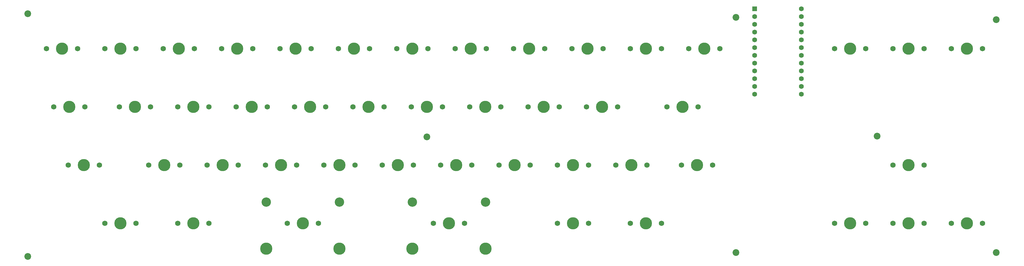
<source format=gbr>
G04 #@! TF.GenerationSoftware,KiCad,Pcbnew,(5.1.10)-1*
G04 #@! TF.CreationDate,2021-07-17T14:00:26+02:00*
G04 #@! TF.ProjectId,WheelBarrow Pro Micro,57686565-6c42-4617-9272-6f772050726f,rev?*
G04 #@! TF.SameCoordinates,Original*
G04 #@! TF.FileFunction,Soldermask,Top*
G04 #@! TF.FilePolarity,Negative*
%FSLAX46Y46*%
G04 Gerber Fmt 4.6, Leading zero omitted, Abs format (unit mm)*
G04 Created by KiCad (PCBNEW (5.1.10)-1) date 2021-07-17 14:00:26*
%MOMM*%
%LPD*%
G01*
G04 APERTURE LIST*
%ADD10C,3.987800*%
%ADD11C,1.750000*%
%ADD12C,2.200000*%
%ADD13C,1.600000*%
%ADD14R,1.600000X1.600000*%
%ADD15C,3.048000*%
G04 APERTURE END LIST*
D10*
X166687500Y-213518750D03*
D11*
X161607500Y-213518750D03*
X171767500Y-213518750D03*
D10*
X314325000Y-213518750D03*
D11*
X309245000Y-213518750D03*
X319405000Y-213518750D03*
D12*
X112649000Y-144907000D03*
X112649000Y-224282000D03*
X343693750Y-146050000D03*
X343693750Y-223043750D03*
X428625000Y-223043750D03*
X428625000Y-146843750D03*
X242887500Y-185166000D03*
X389731250Y-184943750D03*
D13*
X365048800Y-143256000D03*
X365048800Y-145796000D03*
X365048800Y-148336000D03*
X365048800Y-150876000D03*
X365048800Y-153416000D03*
X365048800Y-155956000D03*
X365048800Y-158496000D03*
X365048800Y-161036000D03*
X365048800Y-163576000D03*
X365048800Y-166116000D03*
X365048800Y-168656000D03*
X365048800Y-171196000D03*
X349808800Y-171196000D03*
X349808800Y-168656000D03*
X349808800Y-166116000D03*
X349808800Y-163576000D03*
X349808800Y-161036000D03*
X349808800Y-158496000D03*
X349808800Y-155956000D03*
X349808800Y-153416000D03*
X349808800Y-150876000D03*
X349808800Y-148336000D03*
X349808800Y-145796000D03*
D14*
X349808800Y-143256000D03*
D10*
X123825000Y-156368750D03*
D11*
X118745000Y-156368750D03*
X128905000Y-156368750D03*
D10*
X142875000Y-156368750D03*
D11*
X137795000Y-156368750D03*
X147955000Y-156368750D03*
D10*
X161925000Y-156368750D03*
D11*
X156845000Y-156368750D03*
X167005000Y-156368750D03*
D10*
X180975000Y-156368750D03*
D11*
X175895000Y-156368750D03*
X186055000Y-156368750D03*
D10*
X200025000Y-156368750D03*
D11*
X194945000Y-156368750D03*
X205105000Y-156368750D03*
D10*
X219075000Y-156368750D03*
D11*
X213995000Y-156368750D03*
X224155000Y-156368750D03*
D10*
X238125000Y-156368750D03*
D11*
X233045000Y-156368750D03*
X243205000Y-156368750D03*
D10*
X257175000Y-156368750D03*
D11*
X252095000Y-156368750D03*
X262255000Y-156368750D03*
D10*
X276225000Y-156368750D03*
D11*
X271145000Y-156368750D03*
X281305000Y-156368750D03*
D10*
X295275000Y-156368750D03*
D11*
X290195000Y-156368750D03*
X300355000Y-156368750D03*
D10*
X314325000Y-156368750D03*
D11*
X309245000Y-156368750D03*
X319405000Y-156368750D03*
D10*
X333375000Y-156368750D03*
D11*
X328295000Y-156368750D03*
X338455000Y-156368750D03*
D10*
X381000000Y-156368750D03*
D11*
X375920000Y-156368750D03*
X386080000Y-156368750D03*
D10*
X400050000Y-156368750D03*
D11*
X394970000Y-156368750D03*
X405130000Y-156368750D03*
D10*
X419100000Y-156368750D03*
D11*
X414020000Y-156368750D03*
X424180000Y-156368750D03*
D10*
X126206250Y-175418750D03*
D11*
X121126250Y-175418750D03*
X131286250Y-175418750D03*
D10*
X147637500Y-175418750D03*
D11*
X142557500Y-175418750D03*
X152717500Y-175418750D03*
D10*
X166687500Y-175418750D03*
D11*
X161607500Y-175418750D03*
X171767500Y-175418750D03*
D10*
X185737500Y-175418750D03*
D11*
X180657500Y-175418750D03*
X190817500Y-175418750D03*
D10*
X204787500Y-175418750D03*
D11*
X199707500Y-175418750D03*
X209867500Y-175418750D03*
D10*
X223837500Y-175418750D03*
D11*
X218757500Y-175418750D03*
X228917500Y-175418750D03*
D10*
X242887500Y-175418750D03*
D11*
X237807500Y-175418750D03*
X247967500Y-175418750D03*
D10*
X261937500Y-175418750D03*
D11*
X256857500Y-175418750D03*
X267017500Y-175418750D03*
D10*
X280987500Y-175418750D03*
D11*
X275907500Y-175418750D03*
X286067500Y-175418750D03*
D10*
X300037500Y-175418750D03*
D11*
X294957500Y-175418750D03*
X305117500Y-175418750D03*
D10*
X326231250Y-175418750D03*
D11*
X321151250Y-175418750D03*
X331311250Y-175418750D03*
D10*
X130968750Y-194468750D03*
D11*
X125888750Y-194468750D03*
X136048750Y-194468750D03*
D10*
X157162500Y-194468750D03*
D11*
X152082500Y-194468750D03*
X162242500Y-194468750D03*
D10*
X176212500Y-194468750D03*
D11*
X171132500Y-194468750D03*
X181292500Y-194468750D03*
D10*
X195262500Y-194468750D03*
D11*
X190182500Y-194468750D03*
X200342500Y-194468750D03*
D10*
X214312500Y-194468750D03*
D11*
X209232500Y-194468750D03*
X219392500Y-194468750D03*
D10*
X233362500Y-194468750D03*
D11*
X228282500Y-194468750D03*
X238442500Y-194468750D03*
D10*
X252412500Y-194468750D03*
D11*
X247332500Y-194468750D03*
X257492500Y-194468750D03*
D10*
X271462500Y-194468750D03*
D11*
X266382500Y-194468750D03*
X276542500Y-194468750D03*
D10*
X290512500Y-194468750D03*
D11*
X285432500Y-194468750D03*
X295592500Y-194468750D03*
D10*
X309562500Y-194468750D03*
D11*
X304482500Y-194468750D03*
X314642500Y-194468750D03*
D10*
X330993750Y-194468750D03*
D11*
X325913750Y-194468750D03*
X336073750Y-194468750D03*
D10*
X400050000Y-194468750D03*
D11*
X394970000Y-194468750D03*
X405130000Y-194468750D03*
D10*
X142875000Y-213518750D03*
D11*
X137795000Y-213518750D03*
X147955000Y-213518750D03*
D10*
X202406250Y-213518750D03*
D11*
X197326250Y-213518750D03*
X207486250Y-213518750D03*
D15*
X190468250Y-206533750D03*
X214344250Y-206533750D03*
D10*
X190468250Y-221773750D03*
X214344250Y-221773750D03*
X250031250Y-213518750D03*
D11*
X244951250Y-213518750D03*
X255111250Y-213518750D03*
D15*
X238093250Y-206533750D03*
X261969250Y-206533750D03*
D10*
X238093250Y-221773750D03*
X261969250Y-221773750D03*
X290512500Y-213518750D03*
D11*
X285432500Y-213518750D03*
X295592500Y-213518750D03*
D10*
X381000000Y-213518750D03*
D11*
X375920000Y-213518750D03*
X386080000Y-213518750D03*
D10*
X400050000Y-213518750D03*
D11*
X394970000Y-213518750D03*
X405130000Y-213518750D03*
D10*
X419100000Y-213518750D03*
D11*
X414020000Y-213518750D03*
X424180000Y-213518750D03*
M02*

</source>
